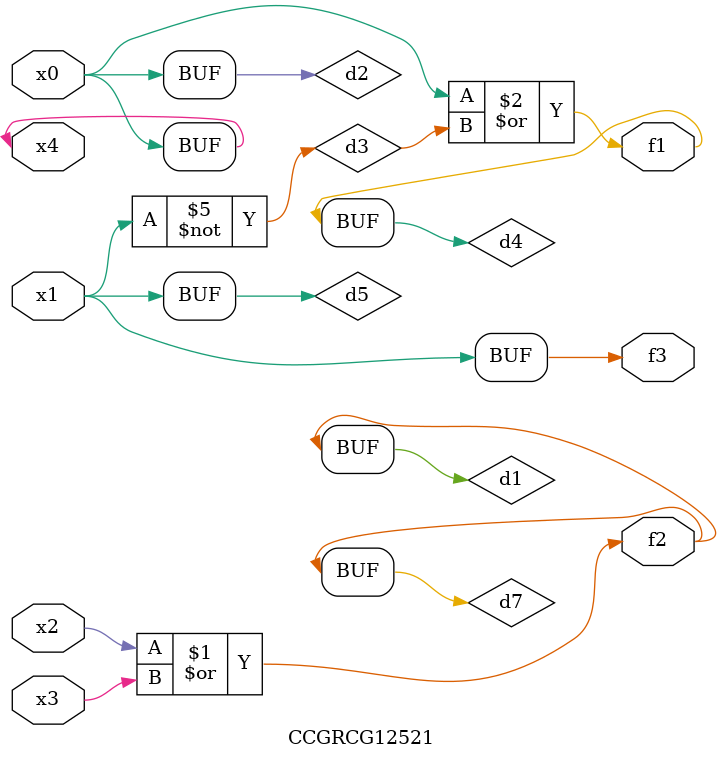
<source format=v>
module CCGRCG12521(
	input x0, x1, x2, x3, x4,
	output f1, f2, f3
);

	wire d1, d2, d3, d4, d5, d6, d7;

	or (d1, x2, x3);
	buf (d2, x0, x4);
	not (d3, x1);
	or (d4, d2, d3);
	not (d5, d3);
	nand (d6, d1, d3);
	or (d7, d1);
	assign f1 = d4;
	assign f2 = d7;
	assign f3 = d5;
endmodule

</source>
